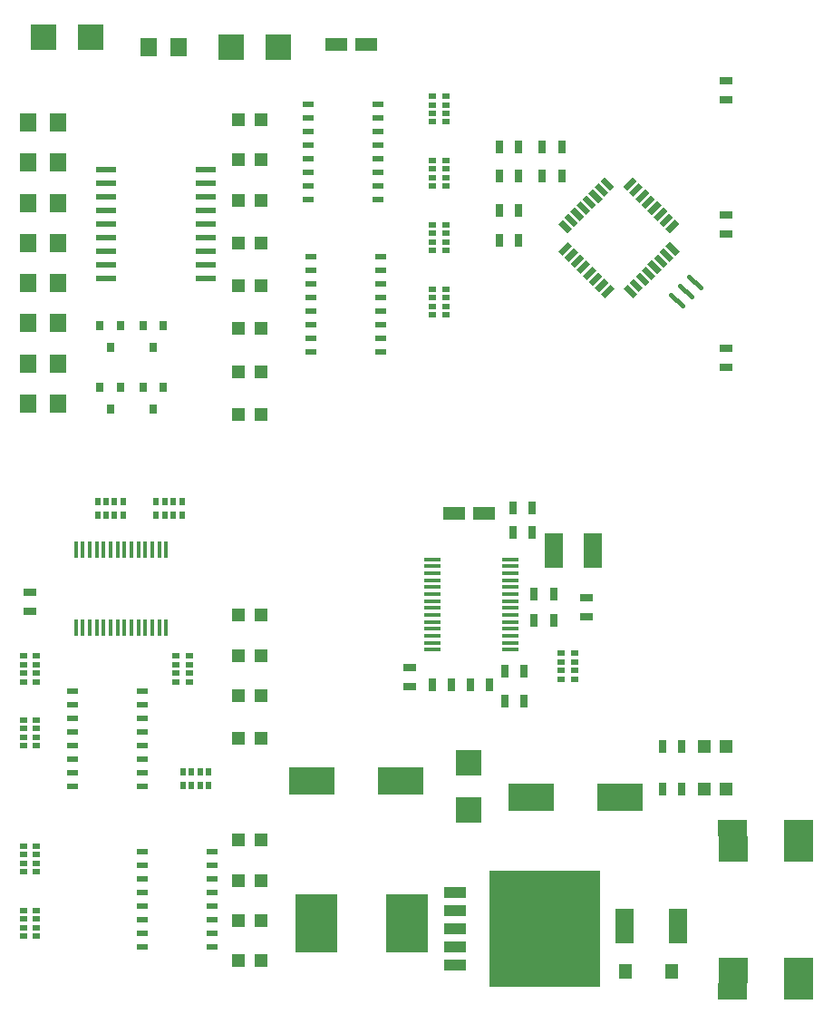
<source format=gbr>
G04 EAGLE Gerber RS-274X export*
G75*
%MOMM*%
%FSLAX34Y34*%
%LPD*%
%INSolderpaste Top*%
%IPPOS*%
%AMOC8*
5,1,8,0,0,1.08239X$1,22.5*%
G01*
%ADD10R,1.200000X1.200000*%
%ADD11R,1.270000X1.470000*%
%ADD12R,0.800000X1.200000*%
%ADD13R,1.780000X3.200000*%
%ADD14R,2.800000X2.400000*%
%ADD15R,2.799081X1.485900*%
%ADD16R,1.200000X0.800000*%
%ADD17R,1.500000X0.400000*%
%ADD18R,1.700000X3.300000*%
%ADD19R,2.000000X1.200000*%
%ADD20R,1.270000X0.558800*%
%ADD21R,0.558800X1.270000*%
%ADD22C,0.450000*%
%ADD23R,4.300000X2.500000*%
%ADD24R,4.000000X5.500000*%
%ADD25R,10.410000X10.800000*%
%ADD26R,2.159000X1.066800*%
%ADD27R,2.400000X2.400000*%
%ADD28R,1.000000X0.500000*%
%ADD29R,0.400000X1.500000*%
%ADD30R,0.650000X0.500000*%
%ADD31R,0.500000X0.650000*%
%ADD32R,1.981200X0.558800*%
%ADD33R,0.802000X0.972000*%
%ADD34R,1.600000X1.800000*%


D10*
X753000Y212500D03*
X732000Y212500D03*
D11*
X701500Y42500D03*
X658500Y42500D03*
D12*
X711500Y212500D03*
X693500Y212500D03*
D13*
X657600Y85000D03*
X707400Y85000D03*
D14*
X820000Y43000D03*
X820000Y157000D03*
X759000Y43000D03*
X759000Y157000D03*
D15*
X820000Y176391D03*
X758989Y176416D03*
X758989Y23610D03*
X820000Y23610D03*
D16*
X752500Y624000D03*
X752500Y606000D03*
X752500Y749000D03*
X752500Y731000D03*
X752500Y874000D03*
X752500Y856000D03*
D17*
X478750Y427250D03*
X478750Y420750D03*
X478750Y414250D03*
X478750Y407750D03*
X478750Y401250D03*
X478750Y394750D03*
X478750Y388250D03*
X478750Y381750D03*
X478750Y375250D03*
X478750Y368750D03*
X478750Y362250D03*
X478750Y355750D03*
X478750Y349250D03*
X478750Y342750D03*
X551250Y342750D03*
X551250Y349250D03*
X551250Y355750D03*
X551250Y362250D03*
X551250Y368750D03*
X551250Y375250D03*
X551250Y381750D03*
X551250Y388250D03*
X551250Y394750D03*
X551250Y401250D03*
X551250Y407750D03*
X551250Y414250D03*
X551250Y420750D03*
X551250Y427250D03*
D12*
X496500Y310000D03*
X478500Y310000D03*
D16*
X457500Y326500D03*
X457500Y308500D03*
D12*
X513500Y310000D03*
X531500Y310000D03*
D18*
X591500Y435000D03*
X628500Y435000D03*
D12*
X573500Y370000D03*
X591500Y370000D03*
X573500Y395000D03*
X591500Y395000D03*
X564000Y322500D03*
X546000Y322500D03*
D16*
X622500Y391500D03*
X622500Y373500D03*
D12*
X564000Y295000D03*
X546000Y295000D03*
D19*
X498500Y470000D03*
X526500Y470000D03*
D12*
X571500Y475000D03*
X553500Y475000D03*
X571500Y452500D03*
X553500Y452500D03*
X559000Y812500D03*
X541000Y812500D03*
X541000Y785000D03*
X559000Y785000D03*
X581000Y785000D03*
X599000Y785000D03*
X693500Y252500D03*
X711500Y252500D03*
D10*
X753000Y252500D03*
X732000Y252500D03*
D20*
G36*
X660540Y683813D02*
X669519Y674834D01*
X665568Y670883D01*
X656589Y679862D01*
X660540Y683813D01*
G37*
G36*
X666197Y689470D02*
X675176Y680491D01*
X671225Y676540D01*
X662246Y685519D01*
X666197Y689470D01*
G37*
G36*
X671854Y695126D02*
X680833Y686147D01*
X676882Y682196D01*
X667903Y691175D01*
X671854Y695126D01*
G37*
G36*
X677511Y700783D02*
X686490Y691804D01*
X682539Y687853D01*
X673560Y696832D01*
X677511Y700783D01*
G37*
G36*
X683168Y706440D02*
X692147Y697461D01*
X688196Y693510D01*
X679217Y702489D01*
X683168Y706440D01*
G37*
G36*
X688825Y712097D02*
X697804Y703118D01*
X693853Y699167D01*
X684874Y708146D01*
X688825Y712097D01*
G37*
G36*
X694481Y717754D02*
X703460Y708775D01*
X699509Y704824D01*
X690530Y713803D01*
X694481Y717754D01*
G37*
G36*
X700138Y723411D02*
X709117Y714432D01*
X705166Y710481D01*
X696187Y719460D01*
X700138Y723411D01*
G37*
D21*
G36*
X705166Y744519D02*
X709117Y740568D01*
X700138Y731589D01*
X696187Y735540D01*
X705166Y744519D01*
G37*
G36*
X699509Y750176D02*
X703460Y746225D01*
X694481Y737246D01*
X690530Y741197D01*
X699509Y750176D01*
G37*
G36*
X693853Y755833D02*
X697804Y751882D01*
X688825Y742903D01*
X684874Y746854D01*
X693853Y755833D01*
G37*
G36*
X688196Y761490D02*
X692147Y757539D01*
X683168Y748560D01*
X679217Y752511D01*
X688196Y761490D01*
G37*
G36*
X682539Y767147D02*
X686490Y763196D01*
X677511Y754217D01*
X673560Y758168D01*
X682539Y767147D01*
G37*
G36*
X676882Y772804D02*
X680833Y768853D01*
X671854Y759874D01*
X667903Y763825D01*
X676882Y772804D01*
G37*
G36*
X671225Y778460D02*
X675176Y774509D01*
X666197Y765530D01*
X662246Y769481D01*
X671225Y778460D01*
G37*
G36*
X665568Y784117D02*
X669519Y780166D01*
X660540Y771187D01*
X656589Y775138D01*
X665568Y784117D01*
G37*
D20*
G36*
X639432Y784117D02*
X648411Y775138D01*
X644460Y771187D01*
X635481Y780166D01*
X639432Y784117D01*
G37*
G36*
X633775Y778460D02*
X642754Y769481D01*
X638803Y765530D01*
X629824Y774509D01*
X633775Y778460D01*
G37*
G36*
X628118Y772804D02*
X637097Y763825D01*
X633146Y759874D01*
X624167Y768853D01*
X628118Y772804D01*
G37*
G36*
X622461Y767147D02*
X631440Y758168D01*
X627489Y754217D01*
X618510Y763196D01*
X622461Y767147D01*
G37*
G36*
X616804Y761490D02*
X625783Y752511D01*
X621832Y748560D01*
X612853Y757539D01*
X616804Y761490D01*
G37*
G36*
X611147Y755833D02*
X620126Y746854D01*
X616175Y742903D01*
X607196Y751882D01*
X611147Y755833D01*
G37*
G36*
X605491Y750176D02*
X614470Y741197D01*
X610519Y737246D01*
X601540Y746225D01*
X605491Y750176D01*
G37*
G36*
X599834Y744519D02*
X608813Y735540D01*
X604862Y731589D01*
X595883Y740568D01*
X599834Y744519D01*
G37*
D21*
G36*
X604862Y723411D02*
X608813Y719460D01*
X599834Y710481D01*
X595883Y714432D01*
X604862Y723411D01*
G37*
G36*
X610519Y717754D02*
X614470Y713803D01*
X605491Y704824D01*
X601540Y708775D01*
X610519Y717754D01*
G37*
G36*
X616175Y712097D02*
X620126Y708146D01*
X611147Y699167D01*
X607196Y703118D01*
X616175Y712097D01*
G37*
G36*
X621832Y706440D02*
X625783Y702489D01*
X616804Y693510D01*
X612853Y697461D01*
X621832Y706440D01*
G37*
G36*
X627489Y700783D02*
X631440Y696832D01*
X622461Y687853D01*
X618510Y691804D01*
X627489Y700783D01*
G37*
G36*
X633146Y695126D02*
X637097Y691175D01*
X628118Y682196D01*
X624167Y686147D01*
X633146Y695126D01*
G37*
G36*
X638803Y689470D02*
X642754Y685519D01*
X633775Y676540D01*
X629824Y680491D01*
X638803Y689470D01*
G37*
G36*
X644460Y683813D02*
X648411Y679862D01*
X639432Y670883D01*
X635481Y674834D01*
X644460Y683813D01*
G37*
D12*
X581000Y812500D03*
X599000Y812500D03*
X559000Y752500D03*
X541000Y752500D03*
D22*
X701371Y674159D02*
X711659Y663871D01*
X720144Y672356D02*
X709856Y682644D01*
X718341Y691129D02*
X728629Y680841D01*
D12*
X559000Y725000D03*
X541000Y725000D03*
D23*
X366000Y220000D03*
X449000Y220000D03*
X654000Y205000D03*
X571000Y205000D03*
D24*
X370000Y87500D03*
X455000Y87500D03*
D25*
X582900Y82500D03*
D26*
X499588Y116536D03*
X499588Y99518D03*
X499588Y82500D03*
X499588Y65482D03*
X499588Y48464D03*
D27*
X512500Y237000D03*
X512500Y193000D03*
D10*
X318000Y375000D03*
X297000Y375000D03*
X318000Y337500D03*
X297000Y337500D03*
X318000Y300000D03*
X297000Y300000D03*
X318000Y260000D03*
X297000Y260000D03*
X318000Y165000D03*
X297000Y165000D03*
X318000Y127500D03*
X297000Y127500D03*
X318000Y90000D03*
X297000Y90000D03*
D28*
X142600Y304450D03*
X142600Y291750D03*
X142600Y279050D03*
X142600Y266350D03*
X142600Y253650D03*
X142600Y240950D03*
X142600Y228250D03*
X142600Y215550D03*
X207400Y215550D03*
X207400Y228250D03*
X207400Y240950D03*
X207400Y253650D03*
X207400Y266350D03*
X207400Y279050D03*
X207400Y291750D03*
X207400Y304450D03*
X207600Y154450D03*
X207600Y141750D03*
X207600Y129050D03*
X207600Y116350D03*
X207600Y103650D03*
X207600Y90950D03*
X207600Y78250D03*
X207600Y65550D03*
X272400Y65550D03*
X272400Y78250D03*
X272400Y90950D03*
X272400Y103650D03*
X272400Y116350D03*
X272400Y129050D03*
X272400Y141750D03*
X272400Y154450D03*
D10*
X318000Y52500D03*
X297000Y52500D03*
D29*
X229750Y436250D03*
X223250Y436250D03*
X216750Y436250D03*
X210250Y436250D03*
X203750Y436250D03*
X197250Y436250D03*
X190750Y436250D03*
X184250Y436250D03*
X177750Y436250D03*
X171250Y436250D03*
X164750Y436250D03*
X158250Y436250D03*
X151750Y436250D03*
X145250Y436250D03*
X145250Y363750D03*
X151750Y363750D03*
X158250Y363750D03*
X164750Y363750D03*
X171250Y363750D03*
X177750Y363750D03*
X184250Y363750D03*
X190750Y363750D03*
X197250Y363750D03*
X203750Y363750D03*
X210250Y363750D03*
X216750Y363750D03*
X223250Y363750D03*
X229750Y363750D03*
D28*
X362600Y851950D03*
X362600Y839250D03*
X362600Y826550D03*
X362600Y813850D03*
X362600Y801150D03*
X362600Y788450D03*
X362600Y775750D03*
X362600Y763050D03*
X427400Y763050D03*
X427400Y775750D03*
X427400Y788450D03*
X427400Y801150D03*
X427400Y813850D03*
X427400Y826550D03*
X427400Y839250D03*
X427400Y851950D03*
D30*
X96250Y277000D03*
X96250Y269000D03*
X96250Y261000D03*
X96250Y253000D03*
X108750Y253000D03*
X108750Y261000D03*
X108750Y269000D03*
X108750Y277000D03*
X108750Y313000D03*
X108750Y321000D03*
X108750Y329000D03*
X108750Y337000D03*
X96250Y337000D03*
X96250Y329000D03*
X96250Y321000D03*
X96250Y313000D03*
X96250Y99500D03*
X96250Y91500D03*
X96250Y83500D03*
X96250Y75500D03*
X108750Y75500D03*
X108750Y83500D03*
X108750Y91500D03*
X108750Y99500D03*
X108750Y135500D03*
X108750Y143500D03*
X108750Y151500D03*
X108750Y159500D03*
X96250Y159500D03*
X96250Y151500D03*
X96250Y143500D03*
X96250Y135500D03*
X598750Y339500D03*
X598750Y331500D03*
X598750Y323500D03*
X598750Y315500D03*
X611250Y315500D03*
X611250Y323500D03*
X611250Y331500D03*
X611250Y339500D03*
D31*
X189500Y481250D03*
X181500Y481250D03*
X173500Y481250D03*
X165500Y481250D03*
X165500Y468750D03*
X173500Y468750D03*
X181500Y468750D03*
X189500Y468750D03*
D30*
X478750Y799500D03*
X478750Y791500D03*
X478750Y783500D03*
X478750Y775500D03*
X491250Y775500D03*
X491250Y783500D03*
X491250Y791500D03*
X491250Y799500D03*
X478750Y859500D03*
X478750Y851500D03*
X478750Y843500D03*
X478750Y835500D03*
X491250Y835500D03*
X491250Y843500D03*
X491250Y851500D03*
X491250Y859500D03*
D16*
X102500Y396500D03*
X102500Y378500D03*
D10*
X297000Y837500D03*
X318000Y837500D03*
X297000Y800000D03*
X318000Y800000D03*
X297000Y762500D03*
X318000Y762500D03*
X297000Y722500D03*
X318000Y722500D03*
D27*
X159500Y915000D03*
X115500Y915000D03*
X290500Y905000D03*
X334500Y905000D03*
D19*
X416500Y907500D03*
X388500Y907500D03*
D32*
X266736Y689200D03*
X266736Y701900D03*
X266736Y714600D03*
X266736Y727300D03*
X266736Y740000D03*
X266736Y752700D03*
X266736Y765400D03*
X266736Y778100D03*
X266736Y790800D03*
X173264Y790800D03*
X173264Y778100D03*
X173264Y765400D03*
X173264Y752700D03*
X173264Y740000D03*
X173264Y727300D03*
X173264Y714600D03*
X173264Y701900D03*
X173264Y689200D03*
D28*
X365100Y709450D03*
X365100Y696750D03*
X365100Y684050D03*
X365100Y671350D03*
X365100Y658650D03*
X365100Y645950D03*
X365100Y633250D03*
X365100Y620550D03*
X429900Y620550D03*
X429900Y633250D03*
X429900Y645950D03*
X429900Y658650D03*
X429900Y671350D03*
X429900Y684050D03*
X429900Y696750D03*
X429900Y709450D03*
D31*
X244500Y481250D03*
X236500Y481250D03*
X228500Y481250D03*
X220500Y481250D03*
X220500Y468750D03*
X228500Y468750D03*
X236500Y468750D03*
X244500Y468750D03*
D30*
X478750Y739500D03*
X478750Y731500D03*
X478750Y723500D03*
X478750Y715500D03*
X491250Y715500D03*
X491250Y723500D03*
X491250Y731500D03*
X491250Y739500D03*
X478750Y679500D03*
X478750Y671500D03*
X478750Y663500D03*
X478750Y655500D03*
X491250Y655500D03*
X491250Y663500D03*
X491250Y671500D03*
X491250Y679500D03*
D10*
X297000Y682500D03*
X318000Y682500D03*
X297000Y642500D03*
X318000Y642500D03*
X297000Y602500D03*
X318000Y602500D03*
X297000Y562500D03*
X318000Y562500D03*
D33*
X177500Y567500D03*
X168000Y587500D03*
X187000Y587500D03*
X217500Y567500D03*
X208000Y587500D03*
X227000Y587500D03*
X217500Y625000D03*
X208000Y645000D03*
X227000Y645000D03*
X177500Y625000D03*
X168000Y645000D03*
X187000Y645000D03*
D34*
X101000Y797500D03*
X129000Y797500D03*
X101000Y760000D03*
X129000Y760000D03*
X101000Y722500D03*
X129000Y722500D03*
X101000Y685000D03*
X129000Y685000D03*
X101000Y647500D03*
X129000Y647500D03*
X101000Y610000D03*
X129000Y610000D03*
X101000Y572500D03*
X129000Y572500D03*
X241500Y905000D03*
X213500Y905000D03*
X101000Y835000D03*
X129000Y835000D03*
D30*
X238750Y337000D03*
X238750Y329000D03*
X238750Y321000D03*
X238750Y313000D03*
X251250Y313000D03*
X251250Y321000D03*
X251250Y329000D03*
X251250Y337000D03*
D31*
X269500Y228750D03*
X261500Y228750D03*
X253500Y228750D03*
X245500Y228750D03*
X245500Y216250D03*
X253500Y216250D03*
X261500Y216250D03*
X269500Y216250D03*
M02*

</source>
